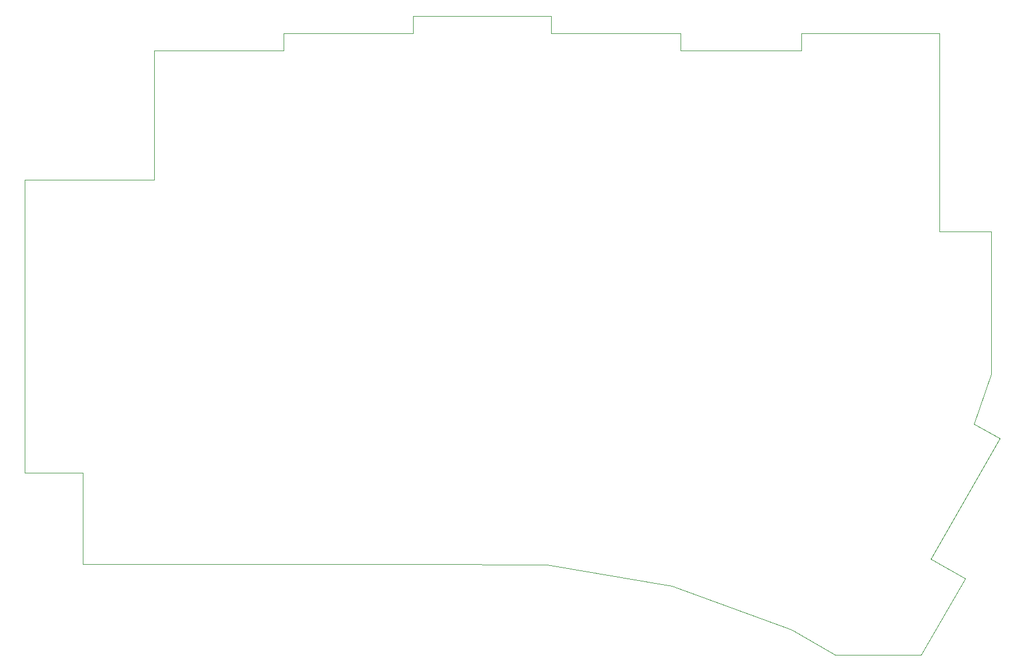
<source format=gbr>
G04 #@! TF.GenerationSoftware,KiCad,Pcbnew,5.1.9-1*
G04 #@! TF.CreationDate,2021-04-14T11:21:22-04:00*
G04 #@! TF.ProjectId,MushyCloud,4d757368-7943-46c6-9f75-642e6b696361,rev?*
G04 #@! TF.SameCoordinates,Original*
G04 #@! TF.FileFunction,Profile,NP*
%FSLAX46Y46*%
G04 Gerber Fmt 4.6, Leading zero omitted, Abs format (unit mm)*
G04 Created by KiCad (PCBNEW 5.1.9-1) date 2021-04-14 11:21:22*
%MOMM*%
%LPD*%
G01*
G04 APERTURE LIST*
G04 #@! TA.AperFunction,Profile*
%ADD10C,0.050000*%
G04 #@! TD*
G04 APERTURE END LIST*
D10*
X186690000Y-68580000D02*
X179070000Y-68580000D01*
X186690000Y-89618559D02*
X186690000Y-68580000D01*
X182869437Y-119746927D02*
X176428206Y-130970639D01*
X177800000Y-116840000D02*
X182869437Y-119746927D01*
X163749375Y-130987278D02*
X176428206Y-130970639D01*
X157341953Y-127305870D02*
X163749375Y-130987278D01*
X53000000Y-117614746D02*
X53000000Y-104140000D01*
X53000000Y-104140000D02*
X49530000Y-104140000D01*
X187960000Y-99060000D02*
X184150000Y-96959266D01*
X179070000Y-67310000D02*
X179070000Y-68580000D01*
X179070000Y-39370000D02*
X179070000Y-67310000D01*
X187960000Y-99060000D02*
X177800000Y-116840000D01*
X63500000Y-60960000D02*
X44450000Y-60960000D01*
X63500000Y-41910000D02*
X63500000Y-60960000D01*
X63500000Y-41910000D02*
X82550000Y-41910000D01*
X44450000Y-104140000D02*
X49530000Y-104140000D01*
X44450000Y-99060000D02*
X44450000Y-104140000D01*
X44450000Y-99060000D02*
X44450000Y-60960000D01*
X102230235Y-117632957D02*
X53000000Y-117614746D01*
X121337223Y-117712570D02*
X102230235Y-117632957D01*
X139727699Y-120857261D02*
X121337223Y-117712570D01*
X157341953Y-127305870D02*
X139727699Y-120857261D01*
X186690000Y-89618559D02*
X184150000Y-96959266D01*
X158750000Y-39370000D02*
X179070000Y-39370000D01*
X158750000Y-41910000D02*
X158750000Y-39370000D01*
X140970000Y-41910000D02*
X158750000Y-41910000D01*
X140970000Y-39370000D02*
X140970000Y-41910000D01*
X121920000Y-39370000D02*
X140970000Y-39370000D01*
X121920000Y-36830000D02*
X121920000Y-39370000D01*
X101600000Y-36830000D02*
X121920000Y-36830000D01*
X101600000Y-39370000D02*
X101600000Y-36830000D01*
X82550000Y-39370000D02*
X101600000Y-39370000D01*
X82550000Y-41910000D02*
X82550000Y-39370000D01*
M02*

</source>
